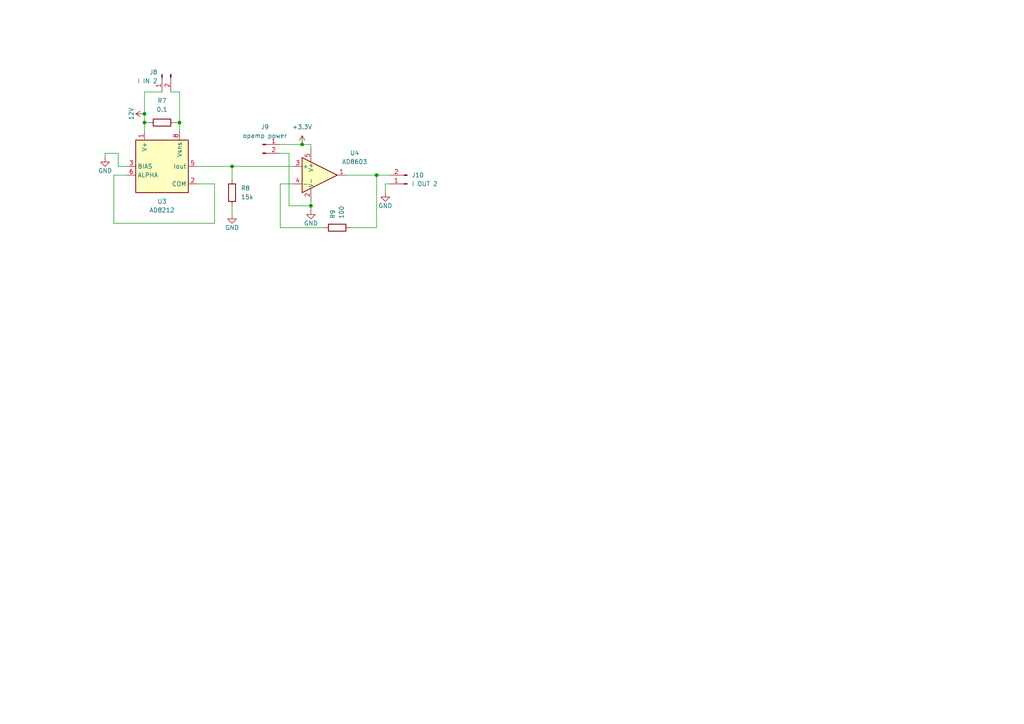
<source format=kicad_sch>
(kicad_sch (version 20250114) (generator "eeschema") (generator_version "9.0")
  (paper "A4")
  (lib_symbols
    (symbol "Amplifier_Current:AD8212"
      (property "Reference" "U" (at -7.62 10.795 0))
      (property "Value" "AD8212" (at -7.62 8.89 0))
      (symbol "AD8212_0_1"
        (rectangle (start -7.62 7.62) (end 7.62 -7.62) (stroke (width 0.254)) (fill (type background)))
      )
      (symbol "AD8212_1_1"
        (pin input line (at -10.16 0 0) (length 2.54) (name "BIAS") (number "3"))
        (pin output line (at -10.16 -2.54 0) (length 2.54) (name "ALPHA") (number "6"))
        (pin power_in line (at -5.08 10.16 270) (length 2.54) (name "V+") (number "1"))
        (pin no_connect line (at -2.54 -7.62 90) (length 2.54) (hide yes) (name "NC") (number "4"))
        (pin no_connect line (at 0 -7.62 90) (length 2.54) (hide yes) (name "NC") (number "7"))
        (pin input line (at 5.08 10.16 270) (length 2.54) (name "Vsns") (number "8"))
        (pin output line (at 10.16 0 180) (length 2.54) (name "Iout") (number "5"))
        (pin input line (at 10.16 -5.08 180) (length 2.54) (name "COM") (number "2"))
      )
    )
    (symbol "Amplifier_Operational:AD8603" (pin_names (offset 0.127))
      (property "Reference" "U" (at 0 5.08 0))
      (property "Value" "AD8603" (at 0 -5.08 0))
      (symbol "AD8603_0_1"
        (polyline (pts (xy -5.08 5.08) (xy 5.08 0) (xy -5.08 -5.08) (xy -5.08 5.08)) (stroke (width 0.254)) (fill (type background)))
        (pin power_in line (at -2.54 7.62 270) (length 3.81) (name "V+") (number "5"))
        (pin power_in line (at -2.54 -7.62 90) (length 3.81) (name "V-") (number "2"))
      )
      (symbol "AD8603_1_1"
        (pin input line (at -7.62 2.54 0) (length 2.54) (name "+") (number "3"))
        (pin input line (at -7.62 -2.54 0) (length 2.54) (name "-") (number "4"))
        (pin output line (at 7.62 0 180) (length 2.54) (name "~") (number "1"))
      )
    )
    (symbol "Connector:Conn_01x02_Pin" (pin_names (offset 1.016) (hide yes))
      (property "Reference" "J" (at 0 2.54 0))
      (property "Value" "Conn_01x02_Pin" (at 0 -5.08 0))
      (symbol "Conn_01x02_Pin_1_1"
        (rectangle (start 0.8636 0.127) (end 0 -0.127) (stroke (width 0.1524)) (fill (type outline)))
        (rectangle (start 0.8636 -2.413) (end 0 -2.667) (stroke (width 0.1524)) (fill (type outline)))
        (polyline (pts (xy 1.27 0) (xy 0.8636 0)) (stroke (width 0.1524)))
        (polyline (pts (xy 1.27 -2.54) (xy 0.8636 -2.54)) (stroke (width 0.1524)))
        (pin passive line (at 5.08 0 180) (length 3.81) (name "Pin_1") (number "1"))
        (pin passive line (at 5.08 -2.54 180) (length 3.81) (name "Pin_2") (number "2"))
      )
    )
    (symbol "Device:R" (pin_numbers (hide yes)) (pin_names (offset 0))
      (property "Reference" "R" (at 2.032 0 90))
      (property "Value" "R" (at 0 0 90))
      (symbol "R_0_1"
        (rectangle (start -1.016 -2.54) (end 1.016 2.54) (stroke (width 0.254)))
      )
      (symbol "R_1_1"
        (pin passive line (at 0 3.81 270) (length 1.27) (name "~") (number "1"))
        (pin passive line (at 0 -3.81 90) (length 1.27) (name "~") (number "2"))
      )
    )
    (symbol "PCM_SparkFun-PowerSymbol:12V" (power) (pin_names (offset 0))
      (property "Value" "12V" (at 0 3.81 0))
      (symbol "12V_0_1"
        (polyline (pts (xy -0.762 1.27) (xy 0 2.54)))
        (polyline (pts (xy 0 2.54) (xy 0.762 1.27)))
        (polyline (pts (xy 0 0) (xy 0 2.54)))
      )
      (symbol "12V_1_1"
        (pin power_in line (at 0 0 90) (length 0) (hide yes) (name "12V") (number "1"))
      )
    )
    (symbol "PCM_SparkFun-PowerSymbol:GND" (power) (pin_names (offset 0))
      (property "Value" "GND" (at 0 -3.81 0))
      (symbol "GND_0_1"
        (polyline (pts (xy 0 0) (xy 0 -1.27) (xy 1.27 -1.27) (xy 0 -2.54) (xy -1.27 -1.27) (xy 0 -1.27)))
      )
      (symbol "GND_1_1"
        (pin power_in line (at 0 0 270) (length 0) (hide yes) (name "GND") (number "1"))
      )
    )
    (symbol "power:+3.3V" (power) (pin_numbers (hide yes)) (pin_names (offset 0) (hide yes))
      (property "Value" "+3.3V" (at 0 3.556 0))
      (symbol "+3.3V_0_1"
        (polyline (pts (xy -0.762 1.27) (xy 0 2.54)))
        (polyline (pts (xy 0 2.54) (xy 0.762 1.27)))
        (polyline (pts (xy 0 0) (xy 0 2.54)))
      )
      (symbol "+3.3V_1_1"
        (pin power_in line (at 0 0 90) (length 0) (name "~") (number "1"))
      )
    )
  )
  (junction (at 90.17 59.69))
  (junction (at 87.63 41.91))
  (junction (at 52.07 35.56))
  (junction (at 109.22 50.8))
  (junction (at 41.91 35.56))
  (junction (at 67.31 48.26))
  (junction (at 41.91 33.02))
  (wire (pts (xy 34.29 44.45) (xy 30.48 44.45)))
  (wire (pts (xy 62.23 53.34) (xy 57.15 53.34)))
  (wire (pts (xy 109.22 50.8) (xy 113.03 50.8)))
  (wire (pts (xy 41.91 26.67) (xy 46.99 26.67)))
  (wire (pts (xy 52.07 26.67) (xy 52.07 35.56)))
  (wire (pts (xy 36.83 50.8) (xy 33.02 50.8)))
  (wire (pts (xy 50.8 35.56) (xy 52.07 35.56)))
  (wire (pts (xy 81.28 44.45) (xy 83.82 44.45)))
  (wire (pts (xy 33.02 64.77) (xy 62.23 64.77)))
  (wire (pts (xy 67.31 48.26) (xy 57.15 48.26)))
  (wire (pts (xy 90.17 58.42) (xy 90.17 59.69)))
  (wire (pts (xy 81.28 66.04) (xy 93.98 66.04)))
  (wire (pts (xy 41.91 35.56) (xy 41.91 38.1)))
  (wire (pts (xy 90.17 59.69) (xy 90.17 60.96)))
  (wire (pts (xy 90.17 41.91) (xy 90.17 43.18)))
  (wire (pts (xy 36.83 48.26) (xy 34.29 48.26)))
  (wire (pts (xy 62.23 64.77) (xy 62.23 53.34)))
  (wire (pts (xy 67.31 59.69) (xy 67.31 62.23)))
  (wire (pts (xy 109.22 66.04) (xy 109.22 50.8)))
  (wire (pts (xy 67.31 52.07) (xy 67.31 48.26)))
  (wire (pts (xy 83.82 59.69) (xy 90.17 59.69)))
  (wire (pts (xy 81.28 41.91) (xy 87.63 41.91)))
  (wire (pts (xy 113.03 53.34) (xy 111.76 53.34)))
  (wire (pts (xy 81.28 53.34) (xy 81.28 66.04)))
  (wire (pts (xy 85.09 53.34) (xy 81.28 53.34)))
  (wire (pts (xy 109.22 50.8) (xy 100.33 50.8)))
  (wire (pts (xy 30.48 44.45) (xy 30.48 45.72)))
  (wire (pts (xy 41.91 35.56) (xy 41.91 33.02)))
  (wire (pts (xy 111.76 53.34) (xy 111.76 55.88)))
  (wire (pts (xy 33.02 50.8) (xy 33.02 64.77)))
  (wire (pts (xy 101.6 66.04) (xy 109.22 66.04)))
  (wire (pts (xy 43.18 35.56) (xy 41.91 35.56)))
  (wire (pts (xy 87.63 41.91) (xy 90.17 41.91)))
  (wire (pts (xy 67.31 48.26) (xy 85.09 48.26)))
  (wire (pts (xy 34.29 48.26) (xy 34.29 44.45)))
  (wire (pts (xy 83.82 44.45) (xy 83.82 59.69)))
  (wire (pts (xy 52.07 35.56) (xy 52.07 38.1)))
  (wire (pts (xy 41.91 33.02) (xy 41.91 26.67)))
  (wire (pts (xy 49.53 26.67) (xy 52.07 26.67)))
  (symbol (lib_id "Connector:Conn_01x02_Pin") (at 118.11 53.34 180) (unit 1)
    (property "Reference" "J10" (at 119.38 50.7999 0) (effects (justify right)))
    (property "Value" "I OUT 2" (at 119.38 53.3399 0) (effects (justify right)))
    (property "Footprint" "Connector_PinHeader_2.54mm:PinHeader_1x02_P2.54mm_Vertical" (effects (hide yes)))
    (property "Description" "Generic connector, single row, 01x02, script generated" (effects (hide yes)))
  )
  (symbol (lib_id "Device:R") (at 67.31 55.88 180) (unit 1)
    (property "Reference" "R8" (at 69.85 54.6099 0) (effects (justify right)))
    (property "Value" "15k" (at 69.85 57.1499 0) (effects (justify right)))
    (property "Footprint" "Resistor_SMD:R_0805_2012Metric" (effects (hide yes)))
    (property "Description" "Resistor" (effects (hide yes)))
  )
  (symbol (lib_id "PCM_SparkFun-PowerSymbol:GND") (at 90.17 60.96 0) (unit 1)
    (property "Reference" "#PWR016" (effects (hide yes)))
    (property "Value" "GND" (at 90.17 64.77 0))
    (property "Description" "Power symbol creates a global label with name \"GND\" , ground" (effects (hide yes)))
  )
  (symbol (lib_id "Device:R") (at 97.79 66.04 270) (unit 1)
    (property "Reference" "R9" (at 96.5199 63.5 0) (effects (justify right)))
    (property "Value" "100" (at 99.0599 63.5 0) (effects (justify right)))
    (property "Footprint" "Resistor_SMD:R_0805_2012Metric" (effects (hide yes)))
    (property "Description" "Resistor" (effects (hide yes)))
  )
  (symbol (lib_id "PCM_SparkFun-PowerSymbol:GND") (at 30.48 45.72 0) (unit 1)
    (property "Reference" "#PWR014" (effects (hide yes)))
    (property "Value" "GND" (at 30.48 49.53 0))
    (property "Description" "Power symbol creates a global label with name \"GND\" , ground" (effects (hide yes)))
  )
  (symbol (lib_id "Connector:Conn_01x02_Pin") (at 46.99 21.59 90) (mirror x) (unit 1)
    (property "Reference" "J8" (at 45.72 20.9549 90) (effects (justify left)))
    (property "Value" "I IN 2" (at 45.72 23.4949 90) (effects (justify left)))
    (property "Footprint" "Connector_PinHeader_2.54mm:PinHeader_1x02_P2.54mm_Vertical" (effects (hide yes)))
    (property "Description" "Generic connector, single row, 01x02, script generated" (effects (hide yes)))
  )
  (symbol (lib_id "Amplifier_Operational:AD8603") (at 92.71 50.8 0) (unit 1)
    (property "Reference" "U4" (at 102.87 44.3798 0))
    (property "Value" "AD8603" (at 102.87 46.9198 0))
    (property "Footprint" "Package_TO_SOT_SMD:TSOT-23-5" (effects (hide yes)))
    (property "Datasheet" "https://www.analog.com/media/en/technical-documentation/data-sheets/AD8603_8607_8609.pdf" (effects (hide yes)))
    (property "Description" "Precision Micropower, Low Noise CMOS, Rail-to-Rail Input/Output Operational Amplifier, TSOT-23-5" (effects (hide yes)))
  )
  (symbol (lib_id "Amplifier_Current:AD8212") (at 46.99 48.26 0) (unit 1)
    (property "Reference" "U3" (at 46.99 58.42 0))
    (property "Value" "AD8212" (at 46.99 60.96 0))
    (property "Footprint" "Package_SO:MSOP-8_3x3mm_P0.65mm" (effects (hide yes)))
    (property "Datasheet" "https://www.analog.com/media/en/technical-documentation/data-sheets/AD8212.pdf" (effects (hide yes)))
    (property "Description" "65V High Voltage Current, Shunt Monitor, adjustable gain, bandwidth 1000kHz, Vcc=7V~65V, current output, unidirectional, MSOP-8" (effects (hide yes)))
  )
  (symbol (lib_id "PCM_SparkFun-PowerSymbol:12V") (at 41.91 33.02 90) (unit 1)
    (property "Reference" "#PWR017" (effects (hide yes)))
    (property "Value" "12V" (at 38.1 33.02 0))
    (property "Description" "Power symbol creates a global label with name \"12V\"" (effects (hide yes)))
  )
  (symbol (lib_id "Connector:Conn_01x02_Pin") (at 76.2 41.91 0) (unit 1)
    (property "Reference" "J9" (at 76.835 36.83 0))
    (property "Value" "opamp power" (at 76.835 39.37 0))
    (property "Footprint" "Connector_PinHeader_2.54mm:PinHeader_1x02_P2.54mm_Vertical" (effects (hide yes)))
    (property "Description" "Generic connector, single row, 01x02, script generated" (effects (hide yes)))
  )
  (symbol (lib_id "PCM_SparkFun-PowerSymbol:GND") (at 67.31 62.23 0) (unit 1)
    (property "Reference" "#PWR015" (effects (hide yes)))
    (property "Value" "GND" (at 67.31 66.04 0))
    (property "Description" "Power symbol creates a global label with name \"GND\" , ground" (effects (hide yes)))
  )
  (symbol (lib_id "Device:R") (at 46.99 35.56 90) (unit 1)
    (property "Reference" "R7" (at 46.99 29.21 90))
    (property "Value" "0.1" (at 46.99 31.75 90))
    (property "Footprint" "Resistor_THT:R_Axial_DIN0204_L3.6mm_D1.6mm_P5.08mm_Horizontal" (effects (hide yes)))
    (property "Description" "Resistor" (effects (hide yes)))
  )
  (symbol (lib_id "PCM_SparkFun-PowerSymbol:GND") (at 111.76 55.88 0) (unit 1)
    (property "Reference" "#PWR019" (effects (hide yes)))
    (property "Value" "GND" (at 111.76 59.69 0))
    (property "Description" "Power symbol creates a global label with name \"GND\" , ground" (effects (hide yes)))
  )
  (symbol (lib_id "power:+3.3V") (at 87.63 41.91 0) (unit 1)
    (property "Reference" "#PWR018" (effects (hide yes)))
    (property "Value" "+3.3V" (at 87.63 36.83 0))
    (property "Description" "Power symbol creates a global label with name \"+3.3V\"" (effects (hide yes)))
  )
)
</source>
